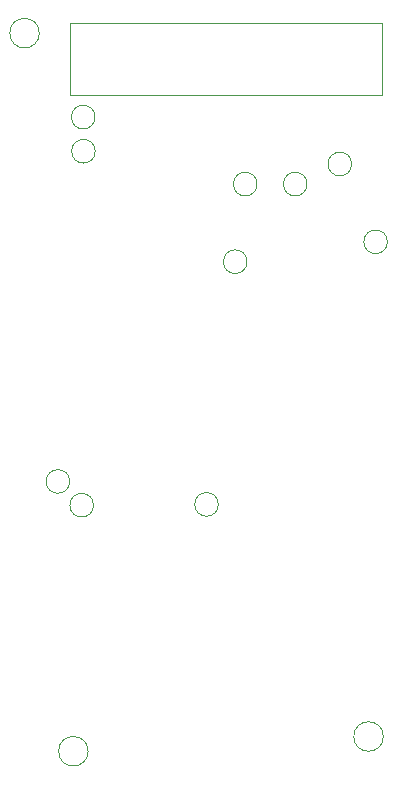
<source format=gbr>
G04 #@! TF.GenerationSoftware,KiCad,Pcbnew,(5.1.10)-1*
G04 #@! TF.CreationDate,2021-11-03T08:24:22+05:30*
G04 #@! TF.ProjectId,P-1000072_Cicada Wi-Fi,502d3130-3030-4303-9732-5f4369636164,0.1*
G04 #@! TF.SameCoordinates,PX7cee6c0PY3dfd240*
G04 #@! TF.FileFunction,Other,User*
%FSLAX46Y46*%
G04 Gerber Fmt 4.6, Leading zero omitted, Abs format (unit mm)*
G04 Created by KiCad (PCBNEW (5.1.10)-1) date 2021-11-03 08:24:22*
%MOMM*%
%LPD*%
G01*
G04 APERTURE LIST*
%ADD10C,0.050000*%
G04 APERTURE END LIST*
D10*
X-13204600Y3044600D02*
X-13204600Y-3055400D01*
X-13204600Y-3055400D02*
X13195400Y-3055400D01*
X13195400Y-3055400D02*
X13195400Y3044600D01*
X13195400Y3044600D02*
X-13204600Y3044600D01*
X-686560Y-37688520D02*
G75*
G03*
X-686560Y-37688520I-1000000J0D01*
G01*
X-11255500Y-37754560D02*
G75*
G03*
X-11255500Y-37754560I-1000000J0D01*
G01*
X1741680Y-17139920D02*
G75*
G03*
X1741680Y-17139920I-1000000J0D01*
G01*
X-13269720Y-35745420D02*
G75*
G03*
X-13269720Y-35745420I-1000000J0D01*
G01*
X6820000Y-10570000D02*
G75*
G03*
X6820000Y-10570000I-1000000J0D01*
G01*
X2590000Y-10570000D02*
G75*
G03*
X2590000Y-10570000I-1000000J0D01*
G01*
X-11130000Y-4900000D02*
G75*
G03*
X-11130000Y-4900000I-1000000J0D01*
G01*
X-11110000Y-7790000D02*
G75*
G03*
X-11110000Y-7790000I-1000000J0D01*
G01*
X13630000Y-15460000D02*
G75*
G03*
X13630000Y-15460000I-1000000J0D01*
G01*
X10600000Y-8870000D02*
G75*
G03*
X10600000Y-8870000I-1000000J0D01*
G01*
X13281980Y-57343040D02*
G75*
G03*
X13281980Y-57343040I-1250000J0D01*
G01*
X-11714160Y-58587640D02*
G75*
G03*
X-11714160Y-58587640I-1250000J0D01*
G01*
X-15846740Y2212340D02*
G75*
G03*
X-15846740Y2212340I-1250000J0D01*
G01*
M02*

</source>
